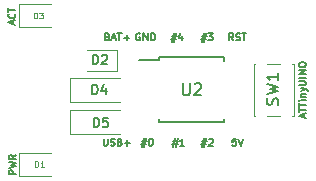
<source format=gbr>
G04 #@! TF.GenerationSoftware,KiCad,Pcbnew,(5.0.0)*
G04 #@! TF.CreationDate,2018-09-11T18:50:04-05:00*
G04 #@! TF.ProjectId,mini-attinyuino,6D696E692D617474696E7975696E6F2E,1.0*
G04 #@! TF.SameCoordinates,Original*
G04 #@! TF.FileFunction,Legend,Top*
G04 #@! TF.FilePolarity,Positive*
%FSLAX46Y46*%
G04 Gerber Fmt 4.6, Leading zero omitted, Abs format (unit mm)*
G04 Created by KiCad (PCBNEW (5.0.0)) date 09/11/18 18:50:04*
%MOMM*%
%LPD*%
G01*
G04 APERTURE LIST*
%ADD10C,0.127000*%
%ADD11C,0.120000*%
%ADD12C,0.150000*%
%ADD13C,0.100000*%
G04 APERTURE END LIST*
D10*
X142444140Y-95832321D02*
X142444140Y-95546607D01*
X142615568Y-95889464D02*
X142015568Y-95689464D01*
X142615568Y-95489464D01*
X142015568Y-95375178D02*
X142015568Y-95032321D01*
X142615568Y-95203750D02*
X142015568Y-95203750D01*
X142015568Y-94918035D02*
X142015568Y-94575178D01*
X142615568Y-94746607D02*
X142015568Y-94746607D01*
X142615568Y-94375178D02*
X142215568Y-94375178D01*
X142015568Y-94375178D02*
X142044140Y-94403750D01*
X142072711Y-94375178D01*
X142044140Y-94346607D01*
X142015568Y-94375178D01*
X142072711Y-94375178D01*
X142215568Y-94089464D02*
X142615568Y-94089464D01*
X142272711Y-94089464D02*
X142244140Y-94060892D01*
X142215568Y-94003750D01*
X142215568Y-93918035D01*
X142244140Y-93860892D01*
X142301282Y-93832321D01*
X142615568Y-93832321D01*
X142215568Y-93603750D02*
X142615568Y-93460892D01*
X142215568Y-93318035D02*
X142615568Y-93460892D01*
X142758425Y-93518035D01*
X142786997Y-93546607D01*
X142815568Y-93603750D01*
X142015568Y-93089464D02*
X142501282Y-93089464D01*
X142558425Y-93060892D01*
X142586997Y-93032321D01*
X142615568Y-92975178D01*
X142615568Y-92860892D01*
X142586997Y-92803750D01*
X142558425Y-92775178D01*
X142501282Y-92746607D01*
X142015568Y-92746607D01*
X142615568Y-92460892D02*
X142015568Y-92460892D01*
X142615568Y-92175178D02*
X142015568Y-92175178D01*
X142615568Y-91832321D01*
X142015568Y-91832321D01*
X142015568Y-91432321D02*
X142015568Y-91318035D01*
X142044140Y-91260892D01*
X142101282Y-91203750D01*
X142215568Y-91175178D01*
X142415568Y-91175178D01*
X142529854Y-91203750D01*
X142586997Y-91260892D01*
X142615568Y-91318035D01*
X142615568Y-91432321D01*
X142586997Y-91489464D01*
X142529854Y-91546607D01*
X142415568Y-91575178D01*
X142215568Y-91575178D01*
X142101282Y-91546607D01*
X142044140Y-91489464D01*
X142015568Y-91432321D01*
X118079168Y-100627080D02*
X117479168Y-100627080D01*
X117479168Y-100398508D01*
X117507740Y-100341365D01*
X117536311Y-100312794D01*
X117593454Y-100284222D01*
X117679168Y-100284222D01*
X117736311Y-100312794D01*
X117764882Y-100341365D01*
X117793454Y-100398508D01*
X117793454Y-100627080D01*
X117479168Y-100084222D02*
X118079168Y-99941365D01*
X117650597Y-99827080D01*
X118079168Y-99712794D01*
X117479168Y-99569937D01*
X118079168Y-98998508D02*
X117793454Y-99198508D01*
X118079168Y-99341365D02*
X117479168Y-99341365D01*
X117479168Y-99112794D01*
X117507740Y-99055651D01*
X117536311Y-99027080D01*
X117593454Y-98998508D01*
X117679168Y-98998508D01*
X117736311Y-99027080D01*
X117764882Y-99055651D01*
X117793454Y-99112794D01*
X117793454Y-99341365D01*
X117854400Y-87930588D02*
X117854400Y-87644874D01*
X118025828Y-87987731D02*
X117425828Y-87787731D01*
X118025828Y-87587731D01*
X117968685Y-87044874D02*
X117997257Y-87073445D01*
X118025828Y-87159160D01*
X118025828Y-87216302D01*
X117997257Y-87302017D01*
X117940114Y-87359160D01*
X117882971Y-87387731D01*
X117768685Y-87416302D01*
X117682971Y-87416302D01*
X117568685Y-87387731D01*
X117511542Y-87359160D01*
X117454400Y-87302017D01*
X117425828Y-87216302D01*
X117425828Y-87159160D01*
X117454400Y-87073445D01*
X117482971Y-87044874D01*
X117425828Y-86873445D02*
X117425828Y-86530588D01*
X118025828Y-86702017D02*
X117425828Y-86702017D01*
X136702814Y-97626528D02*
X136417100Y-97626528D01*
X136388528Y-97912242D01*
X136417100Y-97883671D01*
X136474242Y-97855100D01*
X136617100Y-97855100D01*
X136674242Y-97883671D01*
X136702814Y-97912242D01*
X136731385Y-97969385D01*
X136731385Y-98112242D01*
X136702814Y-98169385D01*
X136674242Y-98197957D01*
X136617100Y-98226528D01*
X136474242Y-98226528D01*
X136417100Y-98197957D01*
X136388528Y-98169385D01*
X136902814Y-97626528D02*
X137102814Y-98226528D01*
X137302814Y-97626528D01*
X133803131Y-97826528D02*
X134231702Y-97826528D01*
X133974560Y-97569385D02*
X133803131Y-98340814D01*
X134174560Y-98083671D02*
X133745988Y-98083671D01*
X134003131Y-98340814D02*
X134174560Y-97569385D01*
X134403131Y-97683671D02*
X134431702Y-97655100D01*
X134488845Y-97626528D01*
X134631702Y-97626528D01*
X134688845Y-97655100D01*
X134717417Y-97683671D01*
X134745988Y-97740814D01*
X134745988Y-97797957D01*
X134717417Y-97883671D01*
X134374560Y-98226528D01*
X134745988Y-98226528D01*
X131385051Y-97826528D02*
X131813622Y-97826528D01*
X131556480Y-97569385D02*
X131385051Y-98340814D01*
X131756480Y-98083671D02*
X131327908Y-98083671D01*
X131585051Y-98340814D02*
X131756480Y-97569385D01*
X132327908Y-98226528D02*
X131985051Y-98226528D01*
X132156480Y-98226528D02*
X132156480Y-97626528D01*
X132099337Y-97712242D01*
X132042194Y-97769385D01*
X131985051Y-97797957D01*
X128723131Y-97826528D02*
X129151702Y-97826528D01*
X128894560Y-97569385D02*
X128723131Y-98340814D01*
X129094560Y-98083671D02*
X128665988Y-98083671D01*
X128923131Y-98340814D02*
X129094560Y-97569385D01*
X129465988Y-97626528D02*
X129523131Y-97626528D01*
X129580274Y-97655100D01*
X129608845Y-97683671D01*
X129637417Y-97740814D01*
X129665988Y-97855100D01*
X129665988Y-97997957D01*
X129637417Y-98112242D01*
X129608845Y-98169385D01*
X129580274Y-98197957D01*
X129523131Y-98226528D01*
X129465988Y-98226528D01*
X129408845Y-98197957D01*
X129380274Y-98169385D01*
X129351702Y-98112242D01*
X129323131Y-97997957D01*
X129323131Y-97855100D01*
X129351702Y-97740814D01*
X129380274Y-97683671D01*
X129408845Y-97655100D01*
X129465988Y-97626528D01*
X125487888Y-97626528D02*
X125487888Y-98112242D01*
X125516460Y-98169385D01*
X125545031Y-98197957D01*
X125602174Y-98226528D01*
X125716460Y-98226528D01*
X125773602Y-98197957D01*
X125802174Y-98169385D01*
X125830745Y-98112242D01*
X125830745Y-97626528D01*
X126087888Y-98197957D02*
X126173602Y-98226528D01*
X126316460Y-98226528D01*
X126373602Y-98197957D01*
X126402174Y-98169385D01*
X126430745Y-98112242D01*
X126430745Y-98055100D01*
X126402174Y-97997957D01*
X126373602Y-97969385D01*
X126316460Y-97940814D01*
X126202174Y-97912242D01*
X126145031Y-97883671D01*
X126116460Y-97855100D01*
X126087888Y-97797957D01*
X126087888Y-97740814D01*
X126116460Y-97683671D01*
X126145031Y-97655100D01*
X126202174Y-97626528D01*
X126345031Y-97626528D01*
X126430745Y-97655100D01*
X126887888Y-97912242D02*
X126973602Y-97940814D01*
X127002174Y-97969385D01*
X127030745Y-98026528D01*
X127030745Y-98112242D01*
X127002174Y-98169385D01*
X126973602Y-98197957D01*
X126916460Y-98226528D01*
X126687888Y-98226528D01*
X126687888Y-97626528D01*
X126887888Y-97626528D01*
X126945031Y-97655100D01*
X126973602Y-97683671D01*
X127002174Y-97740814D01*
X127002174Y-97797957D01*
X126973602Y-97855100D01*
X126945031Y-97883671D01*
X126887888Y-97912242D01*
X126687888Y-97912242D01*
X127287888Y-97997957D02*
X127745031Y-97997957D01*
X127516460Y-98226528D02*
X127516460Y-97769385D01*
X136485988Y-89316208D02*
X136285988Y-89030494D01*
X136143131Y-89316208D02*
X136143131Y-88716208D01*
X136371702Y-88716208D01*
X136428845Y-88744780D01*
X136457417Y-88773351D01*
X136485988Y-88830494D01*
X136485988Y-88916208D01*
X136457417Y-88973351D01*
X136428845Y-89001922D01*
X136371702Y-89030494D01*
X136143131Y-89030494D01*
X136714560Y-89287637D02*
X136800274Y-89316208D01*
X136943131Y-89316208D01*
X137000274Y-89287637D01*
X137028845Y-89259065D01*
X137057417Y-89201922D01*
X137057417Y-89144780D01*
X137028845Y-89087637D01*
X137000274Y-89059065D01*
X136943131Y-89030494D01*
X136828845Y-89001922D01*
X136771702Y-88973351D01*
X136743131Y-88944780D01*
X136714560Y-88887637D01*
X136714560Y-88830494D01*
X136743131Y-88773351D01*
X136771702Y-88744780D01*
X136828845Y-88716208D01*
X136971702Y-88716208D01*
X137057417Y-88744780D01*
X137228845Y-88716208D02*
X137571702Y-88716208D01*
X137400274Y-89316208D02*
X137400274Y-88716208D01*
X133785351Y-88916208D02*
X134213922Y-88916208D01*
X133956780Y-88659065D02*
X133785351Y-89430494D01*
X134156780Y-89173351D02*
X133728208Y-89173351D01*
X133985351Y-89430494D02*
X134156780Y-88659065D01*
X134356780Y-88716208D02*
X134728208Y-88716208D01*
X134528208Y-88944780D01*
X134613922Y-88944780D01*
X134671065Y-88973351D01*
X134699637Y-89001922D01*
X134728208Y-89059065D01*
X134728208Y-89201922D01*
X134699637Y-89259065D01*
X134671065Y-89287637D01*
X134613922Y-89316208D01*
X134442494Y-89316208D01*
X134385351Y-89287637D01*
X134356780Y-89259065D01*
X131245351Y-88916208D02*
X131673922Y-88916208D01*
X131416780Y-88659065D02*
X131245351Y-89430494D01*
X131616780Y-89173351D02*
X131188208Y-89173351D01*
X131445351Y-89430494D02*
X131616780Y-88659065D01*
X132131065Y-88916208D02*
X132131065Y-89316208D01*
X131988208Y-88687637D02*
X131845351Y-89116208D01*
X132216780Y-89116208D01*
X128585017Y-88744780D02*
X128527874Y-88716208D01*
X128442160Y-88716208D01*
X128356445Y-88744780D01*
X128299302Y-88801922D01*
X128270731Y-88859065D01*
X128242160Y-88973351D01*
X128242160Y-89059065D01*
X128270731Y-89173351D01*
X128299302Y-89230494D01*
X128356445Y-89287637D01*
X128442160Y-89316208D01*
X128499302Y-89316208D01*
X128585017Y-89287637D01*
X128613588Y-89259065D01*
X128613588Y-89059065D01*
X128499302Y-89059065D01*
X128870731Y-89316208D02*
X128870731Y-88716208D01*
X129213588Y-89316208D01*
X129213588Y-88716208D01*
X129499302Y-89316208D02*
X129499302Y-88716208D01*
X129642160Y-88716208D01*
X129727874Y-88744780D01*
X129785017Y-88801922D01*
X129813588Y-88859065D01*
X129842160Y-88973351D01*
X129842160Y-89059065D01*
X129813588Y-89173351D01*
X129785017Y-89230494D01*
X129727874Y-89287637D01*
X129642160Y-89316208D01*
X129499302Y-89316208D01*
X125840274Y-89001922D02*
X125925988Y-89030494D01*
X125954560Y-89059065D01*
X125983131Y-89116208D01*
X125983131Y-89201922D01*
X125954560Y-89259065D01*
X125925988Y-89287637D01*
X125868845Y-89316208D01*
X125640274Y-89316208D01*
X125640274Y-88716208D01*
X125840274Y-88716208D01*
X125897417Y-88744780D01*
X125925988Y-88773351D01*
X125954560Y-88830494D01*
X125954560Y-88887637D01*
X125925988Y-88944780D01*
X125897417Y-88973351D01*
X125840274Y-89001922D01*
X125640274Y-89001922D01*
X126211702Y-89144780D02*
X126497417Y-89144780D01*
X126154560Y-89316208D02*
X126354560Y-88716208D01*
X126554560Y-89316208D01*
X126668845Y-88716208D02*
X127011702Y-88716208D01*
X126840274Y-89316208D02*
X126840274Y-88716208D01*
X127211702Y-89087637D02*
X127668845Y-89087637D01*
X127440274Y-89316208D02*
X127440274Y-88859065D01*
D11*
G04 #@! TO.C,SW1*
X138310000Y-91288500D02*
X138190000Y-91288500D01*
X140460000Y-91288500D02*
X139320000Y-91288500D01*
X141590000Y-91288500D02*
X141470000Y-91288500D01*
X141590000Y-95688500D02*
X141590000Y-91288500D01*
X141470000Y-95688500D02*
X141590000Y-95688500D01*
X139320000Y-95688500D02*
X140460000Y-95688500D01*
X138190000Y-95688500D02*
X138310000Y-95688500D01*
X138190000Y-91288500D02*
X138190000Y-95688500D01*
G04 #@! TO.C,D4*
X126919000Y-92526500D02*
X122619000Y-92526500D01*
X122619000Y-92526500D02*
X122619000Y-94526500D01*
X122619000Y-94526500D02*
X126919000Y-94526500D01*
G04 #@! TO.C,D2*
X126669000Y-91858200D02*
X126669000Y-90158200D01*
X126669000Y-90158200D02*
X124119000Y-90158200D01*
X126669000Y-91858200D02*
X124119000Y-91858200D01*
G04 #@! TO.C,D3*
X121002000Y-86268700D02*
X118317000Y-86268700D01*
X118317000Y-86268700D02*
X118317000Y-88188700D01*
X118317000Y-88188700D02*
X121002000Y-88188700D01*
G04 #@! TO.C,D1*
X121007000Y-98867100D02*
X118322000Y-98867100D01*
X118322000Y-98867100D02*
X118322000Y-100787100D01*
X118322000Y-100787100D02*
X121007000Y-100787100D01*
G04 #@! TO.C,D5*
X122619000Y-97194900D02*
X126919000Y-97194900D01*
X122619000Y-95194900D02*
X122619000Y-97194900D01*
X126919000Y-95194900D02*
X122619000Y-95194900D01*
D12*
G04 #@! TO.C,U2*
X130224000Y-90733500D02*
X130224000Y-90938500D01*
X135724000Y-90733500D02*
X135724000Y-91033500D01*
X135724000Y-96243500D02*
X135724000Y-95943500D01*
X130224000Y-96243500D02*
X130224000Y-95943500D01*
X130224000Y-90733500D02*
X135724000Y-90733500D01*
X130224000Y-96243500D02*
X135724000Y-96243500D01*
X130224000Y-90938500D02*
X128474000Y-90938500D01*
G04 #@! TO.C,SW1*
X140241421Y-94773573D02*
X140289040Y-94630716D01*
X140289040Y-94392620D01*
X140241421Y-94297382D01*
X140193802Y-94249763D01*
X140098564Y-94202144D01*
X140003326Y-94202144D01*
X139908088Y-94249763D01*
X139860469Y-94297382D01*
X139812850Y-94392620D01*
X139765231Y-94583097D01*
X139717612Y-94678335D01*
X139669993Y-94725954D01*
X139574755Y-94773573D01*
X139479517Y-94773573D01*
X139384279Y-94725954D01*
X139336660Y-94678335D01*
X139289040Y-94583097D01*
X139289040Y-94345001D01*
X139336660Y-94202144D01*
X139289040Y-93868811D02*
X140289040Y-93630716D01*
X139574755Y-93440240D01*
X140289040Y-93249763D01*
X139289040Y-93011668D01*
X140289040Y-92106906D02*
X140289040Y-92678335D01*
X140289040Y-92392620D02*
X139289040Y-92392620D01*
X139431898Y-92487859D01*
X139527136Y-92583097D01*
X139574755Y-92678335D01*
G04 #@! TO.C,D4*
X124542963Y-93873164D02*
X124542963Y-93073164D01*
X124733440Y-93073164D01*
X124847725Y-93111260D01*
X124923916Y-93187450D01*
X124962011Y-93263640D01*
X125000106Y-93416021D01*
X125000106Y-93530307D01*
X124962011Y-93682688D01*
X124923916Y-93758879D01*
X124847725Y-93835069D01*
X124733440Y-93873164D01*
X124542963Y-93873164D01*
X125685820Y-93339831D02*
X125685820Y-93873164D01*
X125495344Y-93035069D02*
X125304868Y-93606498D01*
X125800106Y-93606498D01*
G04 #@! TO.C,D2*
X124560743Y-91326924D02*
X124560743Y-90526924D01*
X124751220Y-90526924D01*
X124865505Y-90565020D01*
X124941696Y-90641210D01*
X124979791Y-90717400D01*
X125017886Y-90869781D01*
X125017886Y-90984067D01*
X124979791Y-91136448D01*
X124941696Y-91212639D01*
X124865505Y-91288829D01*
X124751220Y-91326924D01*
X124560743Y-91326924D01*
X125322648Y-90603115D02*
X125360743Y-90565020D01*
X125436934Y-90526924D01*
X125627410Y-90526924D01*
X125703600Y-90565020D01*
X125741696Y-90603115D01*
X125779791Y-90679305D01*
X125779791Y-90755496D01*
X125741696Y-90869781D01*
X125284553Y-91326924D01*
X125779791Y-91326924D01*
G04 #@! TO.C,D3*
D13*
X119605012Y-87454890D02*
X119605012Y-86954890D01*
X119724060Y-86954890D01*
X119795488Y-86978700D01*
X119843107Y-87026319D01*
X119866917Y-87073938D01*
X119890726Y-87169176D01*
X119890726Y-87240604D01*
X119866917Y-87335842D01*
X119843107Y-87383461D01*
X119795488Y-87431080D01*
X119724060Y-87454890D01*
X119605012Y-87454890D01*
X120057393Y-86954890D02*
X120366917Y-86954890D01*
X120200250Y-87145366D01*
X120271679Y-87145366D01*
X120319298Y-87169176D01*
X120343107Y-87192985D01*
X120366917Y-87240604D01*
X120366917Y-87359652D01*
X120343107Y-87407271D01*
X120319298Y-87431080D01*
X120271679Y-87454890D01*
X120128821Y-87454890D01*
X120081202Y-87431080D01*
X120057393Y-87407271D01*
G04 #@! TO.C,D1*
X119688512Y-100035510D02*
X119688512Y-99535510D01*
X119807560Y-99535510D01*
X119878988Y-99559320D01*
X119926607Y-99606939D01*
X119950417Y-99654558D01*
X119974226Y-99749796D01*
X119974226Y-99821224D01*
X119950417Y-99916462D01*
X119926607Y-99964081D01*
X119878988Y-100011700D01*
X119807560Y-100035510D01*
X119688512Y-100035510D01*
X120450417Y-100035510D02*
X120164702Y-100035510D01*
X120307560Y-100035510D02*
X120307560Y-99535510D01*
X120259940Y-99606939D01*
X120212321Y-99654558D01*
X120164702Y-99678367D01*
G04 #@! TO.C,D5*
D12*
X124657263Y-96663484D02*
X124657263Y-95863484D01*
X124847740Y-95863484D01*
X124962025Y-95901580D01*
X125038216Y-95977770D01*
X125076311Y-96053960D01*
X125114406Y-96206341D01*
X125114406Y-96320627D01*
X125076311Y-96473008D01*
X125038216Y-96549199D01*
X124962025Y-96625389D01*
X124847740Y-96663484D01*
X124657263Y-96663484D01*
X125838216Y-95863484D02*
X125457263Y-95863484D01*
X125419168Y-96244437D01*
X125457263Y-96206341D01*
X125533454Y-96168246D01*
X125723930Y-96168246D01*
X125800120Y-96206341D01*
X125838216Y-96244437D01*
X125876311Y-96320627D01*
X125876311Y-96511103D01*
X125838216Y-96587294D01*
X125800120Y-96625389D01*
X125723930Y-96663484D01*
X125533454Y-96663484D01*
X125457263Y-96625389D01*
X125419168Y-96587294D01*
G04 #@! TO.C,U2*
X132212095Y-92940880D02*
X132212095Y-93750404D01*
X132259714Y-93845642D01*
X132307333Y-93893261D01*
X132402571Y-93940880D01*
X132593047Y-93940880D01*
X132688285Y-93893261D01*
X132735904Y-93845642D01*
X132783523Y-93750404D01*
X132783523Y-92940880D01*
X133212095Y-93036119D02*
X133259714Y-92988500D01*
X133354952Y-92940880D01*
X133593047Y-92940880D01*
X133688285Y-92988500D01*
X133735904Y-93036119D01*
X133783523Y-93131357D01*
X133783523Y-93226595D01*
X133735904Y-93369452D01*
X133164476Y-93940880D01*
X133783523Y-93940880D01*
G04 #@! TD*
M02*

</source>
